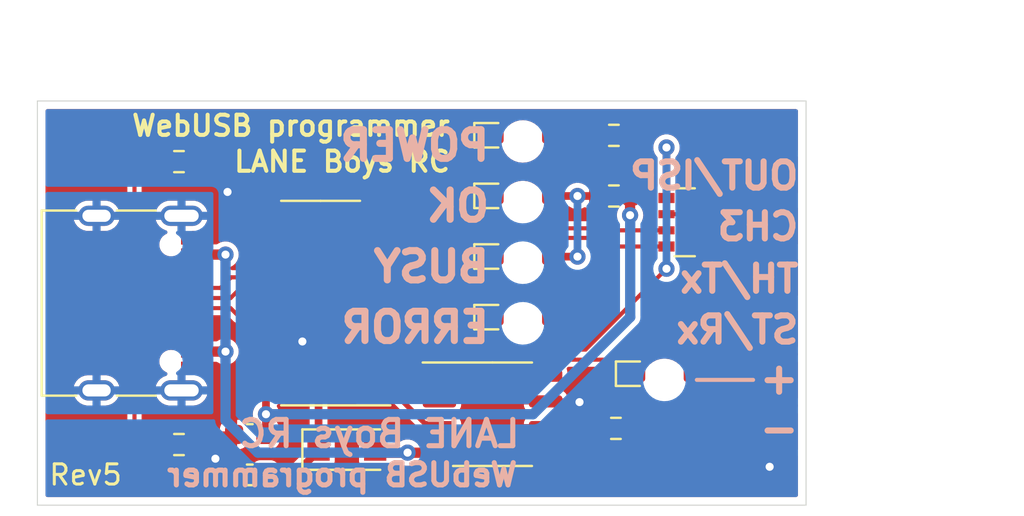
<source format=kicad_pcb>
(kicad_pcb (version 20211014) (generator pcbnew)
  (layers (0 "F.Cu" signal) (31 "B.Cu" signal) (34 "B.Paste" user) (35 "F.Paste" user) (36 "B.SilkS" user "B.Silkscreen") (37 "F.SilkS" user "F.Silkscreen") (38 "B.Mask" user) (39 "F.Mask" user) (44 "Edge.Cuts" user))
  (net 0 "")
  (net 1 "GND")
  (net 2 "+5V")
  (net 3 "+3V3")
  (net 4 "Net-(D5-Pad2)")
  (net 5 "/USB-DM")
  (net 6 "/USB-DP")
  (net 7 "/VLIGHT")
  (net 8 "/ISP")
  (net 9 "/RX")
  (net 10 "/TX")
  (net 11 "/CH3")
  (net 12 "/GYR_plus")
  (net 13 "Net-(J1-Pad4)")
  (net 14 "Net-(J1-Pad6)")
  (net 15 "Net-(J1-Pad5)")
  (net 16 "Net-(J1-Pad3)")
  (net 17 "/~{OK}")
  (net 18 "/~{BUSY}")
  (net 19 "/~{ERROR}")
  (net 20 "/INB")
  (net 21 "/INA")
  (net 22 "/CC1")
  (net 24 "/CC2")
  (net 29 "/+5MCU")
  (net 30 "Net-(D1-Pad1)")
  (net 31 "/SHIELD")
  (footprint "WLA_LED_reverse_mount:LED_1204_side_view" (layer "F.Cu") (at 124 95)
    (fp_text reference "D2" hide)
    (fp_text value "OK")
    (fp_line (start -1.215 -0.91) (end -2.4 -0.91) (layer "F.SilkS") (width 0.12))
    (fp_line (start -2.4 -0.91) (end -2.4 0.3) (layer "F.SilkS") (width 0.12))
    (fp_line (start -2.4 0.3) (end -1.215 0.3) (layer "F.SilkS") (width 0.12))
    (pad "1" smd roundrect (at -1.5 -0.3) (size 1.1 0.8) (layers "F.Cu" "F.Paste" "F.Mask") (roundrect_rratio 0.192) (net 17 "/~{OK}"))
    (pad "2" smd roundrect (at 1.5 -0.3) (size 1.1 0.8) (layers "F.Cu" "F.Paste" "F.Mask") (roundrect_rratio 0.192) (net 12 "/GYR_plus"))
  )
  (footprint "WLA_LED_reverse_mount:LED_1204_side_view" (layer "F.Cu") (at 124 98)
    (fp_text reference "D3" hide)
    (fp_text value "BUSY")
    (fp_line (start -2.4 0.3) (end -1.215 0.3) (layer "F.SilkS") (width 0.12))
    (fp_line (start -2.4 -0.91) (end -2.4 0.3) (layer "F.SilkS") (width 0.12))
    (fp_line (start -1.215 -0.91) (end -2.4 -0.91) (layer "F.SilkS") (width 0.12))
    (pad "1" smd roundrect (at -1.5 -0.3) (size 1.1 0.8) (layers "F.Cu" "F.Paste" "F.Mask") (roundrect_rratio 0.192) (net 18 "/~{BUSY}"))
    (pad "2" smd roundrect (at 1.5 -0.3) (size 1.1 0.8) (layers "F.Cu" "F.Paste" "F.Mask") (roundrect_rratio 0.192) (net 12 "/GYR_plus"))
  )
  (footprint "WLA_LED_reverse_mount:LED_1204_side_view" (layer "F.Cu") (at 124 101)
    (fp_text reference "D4" hide)
    (fp_text value "ERROR")
    (fp_line (start -1.215 -0.91) (end -2.4 -0.91) (layer "F.SilkS") (width 0.12))
    (fp_line (start -2.4 -0.91) (end -2.4 0.3) (layer "F.SilkS") (width 0.12))
    (fp_line (start -2.4 0.3) (end -1.215 0.3) (layer "F.SilkS") (width 0.12))
    (pad "1" smd roundrect (at -1.5 -0.3) (size 1.1 0.8) (layers "F.Cu" "F.Paste" "F.Mask") (roundrect_rratio 0.192) (net 19 "/~{ERROR}"))
    (pad "2" smd roundrect (at 1.5 -0.3) (size 1.1 0.8) (layers "F.Cu" "F.Paste" "F.Mask") (roundrect_rratio 0.192) (net 12 "/GYR_plus"))
  )
  (footprint "WLA_LED_reverse_mount:LED_1204_side_view" (layer "F.Cu") (at 131 103.8)
    (fp_text reference "D1" hide)
    (fp_text value "LC POWER")
    (fp_line (start -1.215 -0.91) (end -2.4 -0.91) (layer "F.SilkS") (width 0.12))
    (fp_line (start -2.4 0.3) (end -1.215 0.3) (layer "F.SilkS") (width 0.12))
    (fp_line (start -2.4 -0.91) (end -2.4 0.3) (layer "F.SilkS") (width 0.12))
    (pad "1" smd roundrect (at -1.5 -0.3) (size 1.1 0.8) (layers "F.Cu" "F.Paste" "F.Mask") (roundrect_rratio 0.192) (net 30 "Net-(D1-Pad1)"))
    (pad "2" smd roundrect (at 1.5 -0.3) (size 1.1 0.8) (layers "F.Cu" "F.Paste" "F.Mask") (roundrect_rratio 0.192) (net 7 "/VLIGHT"))
  )
  (footprint "WLA_LED_reverse_mount:LED_1204_side_view" (layer "F.Cu") (at 124 92)
    (fp_text reference "D5" hide)
    (fp_text value "MCU POWER")
    (fp_line (start -2.4 -0.91) (end -2.4 0.3) (layer "F.SilkS") (width 0.12))
    (fp_line (start -1.215 -0.91) (end -2.4 -0.91) (layer "F.SilkS") (width 0.12))
    (fp_line (start -2.4 0.3) (end -1.215 0.3) (layer "F.SilkS") (width 0.12))
    (pad "1" smd roundrect (at -1.5 -0.3) (size 1.1 0.8) (layers "F.Cu" "F.Paste" "F.Mask") (roundrect_rratio 0.192) (net 1 "GND"))
    (pad "2" smd roundrect (at 1.5 -0.3) (size 1.1 0.8) (layers "F.Cu" "F.Paste" "F.Mask") (roundrect_rratio 0.192) (net 4 "Net-(D5-Pad2)"))
  )
  (footprint "Capacitor_SMD:C_0603_1608Metric" (layer "F.Cu") (at 110.5 106.5 180)
    (fp_text reference "C2" hide)
    (fp_text value "1u")
    (fp_line (start -0.14058 -0.51) (end 0.14058 -0.51) (layer "F.SilkS") (width 0.12))
    (fp_line (start -0.14058 0.51) (end 0.14058 0.51) (layer "F.SilkS") (width 0.12))
    (pad "1" smd roundrect (at -0.775 0 180) (size 0.9 0.95) (layers "F.Cu" "F.Paste" "F.Mask") (net 3 "+3V3"))
    (pad "2" smd roundrect (at 0.775 0 180) (size 0.9 0.95) (layers "F.Cu" "F.Paste" "F.Mask") (net 1 "GND"))
  )
  (footprint "Resistor_SMD:R_0603_1608Metric" (layer "F.Cu") (at 128.5 94.7 180)
    (fp_text reference "R1" hide)
    (fp_text value "1k8")
    (fp_line (start -0.237258 0.5225) (end 0.237258 0.5225) (layer "F.SilkS") (width 0.12))
    (fp_line (start -0.237258 -0.5225) (end 0.237258 -0.5225) (layer "F.SilkS") (width 0.12))
    (pad "1" smd roundrect (at -0.825 0 180) (size 0.8 0.95) (layers "F.Cu" "F.Paste" "F.Mask") (net 3 "+3V3"))
    (pad "2" smd roundrect (at 0.825 0 180) (size 0.8 0.95) (layers "F.Cu" "F.Paste" "F.Mask") (net 12 "/GYR_plus"))
  )
  (footprint "Resistor_SMD:R_Array_Convex_4x0603" (layer "F.Cu") (at 132 96)
    (fp_text reference "RN1" hide)
    (fp_text value "1k")
    (fp_line (start 0.5 -1.68) (end -0.5 -1.68) (layer "F.SilkS") (width 0.12))
    (fp_line (start 0.5 1.68) (end -0.5 1.68) (layer "F.SilkS") (width 0.12))
    (pad "1" smd rect (at -0.9 -1.2) (size 0.8 0.5) (layers "F.Cu" "F.Paste" "F.Mask") (net 8 "/ISP"))
    (pad "2" smd rect (at -0.9 -0.4) (size 0.8 0.4) (layers "F.Cu" "F.Paste" "F.Mask") (net 11 "/CH3"))
    (pad "3" smd rect (at -0.9 0.4) (size 0.8 0.4) (layers "F.Cu" "F.Paste" "F.Mask") (net 9 "/RX"))
    (pad "4" smd rect (at -0.9 1.2) (size 0.8 0.5) (layers "F.Cu" "F.Paste" "F.Mask") (net 10 "/TX"))
    (pad "5" smd rect (at 0.9 1.2) (size 0.8 0.5) (layers "F.Cu" "F.Paste" "F.Mask") (net 16 "Net-(J1-Pad3)"))
    (pad "6" smd rect (at 0.9 0.4) (size 0.8 0.4) (layers "F.Cu" "F.Paste" "F.Mask") (net 13 "Net-(J1-Pad4)"))
    (pad "7" smd rect (at 0.9 -0.4) (size 0.8 0.4) (layers "F.Cu" "F.Paste" "F.Mask") (net 15 "Net-(J1-Pad5)"))
    (pad "8" smd rect (at 0.9 -1.2) (size 0.8 0.5) (layers "F.Cu" "F.Paste" "F.Mask") (net 14 "Net-(J1-Pad6)"))
  )
  (footprint "WLA_pinheader:PinHeader_1x06_P2.54mm_Flat" (layer "F.Cu") (at 136.2 106.35 90)
    (fp_text reference "J1" hide)
    (fp_text value "Light Controller" hide)
    (pad "1" smd rect locked (at 0 0 90) (size 1.8 2.8) (layers "F.Cu" "F.Mask") (net 1 "GND"))
    (pad "2" smd rect locked (at 2.54 0 90) (size 1.8 2.8) (layers "F.Cu" "F.Mask") (net 7 "/VLIGHT"))
    (pad "3" smd rect locked (at 5.08 0 90) (size 1.8 2.8) (layers "F.Cu" "F.Mask") (net 16 "Net-(J1-Pad3)"))
    (pad "4" smd rect locked (at 7.62 0 90) (size 1.8 2.8) (layers "F.Cu" "F.Mask") (net 13 "Net-(J1-Pad4)"))
    (pad "5" smd rect locked (at 10.16 0 90) (size 1.8 2.8) (layers "F.Cu" "F.Mask") (net 15 "Net-(J1-Pad5)"))
    (pad "6" smd rect locked (at 12.7 0 90) (size 1.8 2.8) (layers "F.Cu" "F.Mask") (net 14 "Net-(J1-Pad6)"))
  )
  (footprint "Package_SO:SO-16_3.9x9.9mm_P1.27mm" (layer "F.Cu") (at 114 100 180)
    (fp_text reference "U2" hide)
    (fp_text value "CH552G")
    (fp_line (start 0 5.06) (end 1.95 5.06) (layer "F.SilkS") (width 0.12))
    (fp_line (start 0 -5.06) (end -3.45 -5.06) (layer "F.SilkS") (width 0.12))
    (fp_line (start 0 5.06) (end -1.95 5.06) (layer "F.SilkS") (width 0.12))
    (fp_line (start 0 -5.06) (end 1.95 -5.06) (layer "F.SilkS") (width 0.12))
    (pad "1" smd roundrect (at -2.575 -4.445 180) (size 1.75 0.6) (layers "F.Cu" "F.Paste" "F.Mask") (net 20 "/INB"))
    (pad "2" smd roundrect (at -2.575 -3.175 180) (size 1.75 0.6) (layers "F.Cu" "F.Paste" "F.Mask") (net 21 "/INA"))
    (pad "3" smd roundrect (at -2.575 -1.905 180) (size 1.75 0.6) (layers "F.Cu" "F.Paste" "F.Mask") (net 19 "/~{ERROR}"))
    (pad "4" smd roundrect (at -2.575 -0.635 180) (size 1.75 0.6) (layers "F.Cu" "F.Paste" "F.Mask") (net 11 "/CH3"))
    (pad "5" smd roundrect (at -2.575 0.635 180) (size 1.75 0.6) (layers "F.Cu" "F.Paste" "F.Mask") (net 8 "/ISP"))
    (pad "6" smd roundrect (at -2.575 1.905 180) (size 1.75 0.6) (layers "F.Cu" "F.Paste" "F.Mask"))
    (pad "7" smd roundrect (at -2.575 3.175 180) (size 1.75 0.6) (layers "F.Cu" "F.Paste" "F.Mask") (net 10 "/TX"))
    (pad "8" smd roundrect (at -2.575 4.445 180) (size 1.75 0.6) (layers "F.Cu" "F.Paste" "F.Mask") (net 9 "/RX"))
    (pad "9" smd roundrect (at 2.575 4.445 180) (size 1.75 0.6) (layers "F.Cu" "F.Paste" "F.Mask") (net 18 "/~{BUSY}"))
    (pad "10" smd roundrect (at 2.575 3.175 180) (size 1.75 0.6) (layers "F.Cu" "F.Paste" "F.Mask") (net 17 "/~{OK}"))
    (pad "11" smd roundrect (at 2.575 1.905 180) (size 1.75 0.6) (layers "F.Cu" "F.Paste" "F.Mask"))
    (pad "12" smd roundrect (at 2.575 0.635 180) (size 1.75 0.6) (layers "F.Cu" "F.Paste" "F.Mask") (net 6 "/USB-DP"))
    (pad "13" smd roundrect (at 2.575 -0.635 180) (size 1.75 0.6) (layers "F.Cu" "F.Paste" "F.Mask") (net 5 "/USB-DM"))
    (pad "14" smd roundrect (at 2.575 -1.905 180) (size 1.75 0.6) (layers "F.Cu" "F.Paste" "F.Mask") (net 1 "GND"))
    (pad "15" smd roundrect (at 2.575 -3.175 180) (size 1.75 0.6) (layers "F.Cu" "F.Paste" "F.Mask") (net 29 "/+5MCU"))
    (pad "16" smd roundrect (at 2.575 -4.445 180) (size 1.75 0.6) (layers "F.Cu" "F.Paste" "F.Mask") (net 3 "+3V3"))
  )
  (footprint "Capacitor_SMD:C_0603_1608Metric" (layer "F.Cu") (at 110.5 108.5 180)
    (fp_text reference "C1" hide)
    (fp_text value "10u")
    (fp_line (start -0.14058 -0.51) (end 0.14058 -0.51) (layer "F.SilkS") (width 0.12))
    (fp_line (start -0.14058 0.51) (end 0.14058 0.51) (layer "F.SilkS") (width 0.12))
    (pad "1" smd roundrect (at -0.775 0 180) (size 0.9 0.95) (layers "F.Cu" "F.Paste" "F.Mask") (net 29 "/+5MCU"))
    (pad "2" smd roundrect (at 0.775 0 180) (size 0.9 0.95) (layers "F.Cu" "F.Paste" "F.Mask") (net 1 "GND"))
  )
  (footprint "Resistor_SMD:R_0603_1608Metric" (layer "F.Cu") (at 128.5 91.7 180)
    (fp_text reference "R2" hide)
    (fp_text value "1k8")
    (fp_line (start -0.237258 0.5225) (end 0.237258 0.5225) (layer "F.SilkS") (width 0.12))
    (fp_line (start -0.237258 -0.5225) (end 0.237258 -0.5225) (layer "F.SilkS") (width 0.12))
    (pad "1" smd roundrect (at -0.825 0 180) (size 0.8 0.95) (layers "F.Cu" "F.Paste" "F.Mask") (net 3 "+3V3"))
    (pad "2" smd roundrect (at 0.825 0 180) (size 0.8 0.95) (layers "F.Cu" "F.Paste" "F.Mask") (net 4 "Net-(D5-Pad2)"))
  )
  (footprint "Package_SO:SOP-8_3.9x4.9mm_P1.27mm" (layer "F.Cu") (at 122.5 105.5)
    (fp_text reference "U1" hide)
    (fp_text value "TC118S")
    (fp_line (start 0 2.56) (end -1.95 2.56) (layer "F.SilkS") (width 0.12))
    (fp_line (start 0 -2.56) (end -3.45 -2.56) (layer "F.SilkS") (width 0.12))
    (fp_line (start 0 -2.56) (end 1.95 -2.56) (layer "F.SilkS") (width 0.12))
    (fp_line (start 0 2.56) (end 1.95 2.56) (layer "F.SilkS") (width 0.12))
    (pad "1" smd roundrect (at -2.625 -1.905) (size 1.65 0.6) (layers "F.Cu" "F.Paste" "F.Mask"))
    (pad "2" smd roundrect (at -2.625 -0.635) (size 1.65 0.6) (layers "F.Cu" "F.Paste" "F.Mask") (net 21 "/INA"))
    (pad "3" smd roundrect (at -2.625 0.635) (size 1.65 0.6) (layers "F.Cu" "F.Paste" "F.Mask") (net 20 "/INB"))
    (pad "4" smd roundrect (at -2.625 1.905) (size 1.65 0.6) (layers "F.Cu" "F.Paste" "F.Mask") (net 2 "+5V"))
    (pad "5" smd roundrect (at 2.625 1.905) (size 1.65 0.6) (layers "F.Cu" "F.Paste" "F.Mask") (net 7 "/VLIGHT"))
    (pad "6" smd roundrect (at 2.625 0.635) (size 1.65 0.6) (layers "F.Cu" "F.Paste" "F.Mask") (net 1 "GND"))
    (pad "7" smd roundrect (at 2.625 -0.635) (size 1.65 0.6) (layers "F.Cu" "F.Paste" "F.Mask") (net 1 "GND"))
    (pad "8" smd roundrect (at 2.625 -1.905) (size 1.65 0.6) (layers "F.Cu" "F.Paste" "F.Mask"))
  )
  (footprint "Resistor_SMD:R_0603_1608Metric" (layer "F.Cu") (at 107 93 180)
    (fp_text reference "R5" hide)
    (fp_text value "5k1")
    (fp_line (start -0.237258 0.5225) (end 0.237258 0.5225) (layer "F.SilkS") (width 0.12))
    (fp_line (start -0.237258 -0.5225) (end 0.237258 -0.5225) (layer "F.SilkS") (width 0.12))
    (pad "1" smd roundrect (at -0.825 0 180) (size 0.8 0.95) (layers "F.Cu" "F.Paste" "F.Mask") (net 1 "GND"))
    (pad "2" smd roundrect (at 0.825 0 180) (size 0.8 0.95) (layers "F.Cu" "F.Paste" "F.Mask") (net 22 "/CC1"))
  )
  (footprint "Diode_SMD:D_SOD-123F" (layer "F.Cu") (at 115.3 107.25)
    (fp_text reference "D6" hide)
    (fp_text value "B5819WS")
    (fp_line (start -2.2 -1) (end -2.2 1) (layer "F.SilkS") (width 0.12))
    (fp_line (start -2.2 1) (end 1.65 1) (layer "F.SilkS") (width 0.12))
    (fp_line (start -2.2 -1) (end 1.65 -1) (layer "F.SilkS") (width 0.12))
    (pad "1" smd rect (at -1.4 0) (size 1.1 1.1) (layers "F.Cu" "F.Paste" "F.Mask") (net 29 "/+5MCU"))
    (pad "2" smd rect (at 1.4 0) (size 1.1 1.1) (layers "F.Cu" "F.Paste" "F.Mask") (net 2 "+5V"))
  )
  (footprint "Connector_USB:USB_C_Receptacle_G-Switch_GT-USB-7010ASV" (layer "F.Cu") (at 104 100 -90)
    (fp_text reference "J2" hide)
    (fp_text value "USB_C_Receptacle_USB2.0")
    (fp_line (start 4.58 0.07) (end 4.58 -1.85) (layer "F.SilkS") (width 0.12))
    (fp_line (start -4.58 3.785) (end -4.58 2.08) (layer "F.SilkS") (width 0.12))
    (fp_line (start 4.58 2.08) (end 4.58 3.785) (layer "F.SilkS") (width 0.12))
    (fp_line (start 4.58 3.785) (end -4.58 3.785) (layer "F.SilkS") (width 0.12))
    (fp_line (start -4.58 -1.85) (end -4.58 0.07) (layer "F.SilkS") (width 0.12))
    (pad "" np_thru_hole circle (at 2.89 -2.605 270) (size 0.65 0.65) (drill 0.65) (layers *.Cu *.Mask))
    (pad "" np_thru_hole circle (at -2.89 -2.605 270) (size 0.65 0.65) (drill 0.65) (layers *.Cu *.Mask))
    (pad "A1" smd rect (at -3.2 -3.725 270) (size 0.6 1.24) (layers "F.Cu" "F.Paste" "F.Mask") (net 1 "GND"))
    (pad "A4" smd rect (at -2.4 -3.725 270) (size 0.6 1.24) (layers "F.Cu" "F.Paste" "F.Mask") (net 2 "+5V"))
    (pad "A5" smd rect (at -1.25 -3.725 270) (size 0.3 1.24) (layers "F.Cu" "F.Paste" "F.Mask") (net 22 "/CC1"))
    (pad "A6" smd rect (at -0.25 -3.725 270) (size 0.3 1.24) (layers "F.Cu" "F.Paste" "F.Mask") (net 6 "/USB-DP"))
    (pad "A7" smd rect (at 0.25 -3.725 270) (size 0.3 1.24) (layers "F.Cu" "F.Paste" "F.Mask") (net 5 "/USB-DM"))
    (pad "A8" smd rect (at 1.25 -3.725 270) (size 0.3 1.24) (layers "F.Cu" "F.Paste" "F.Mask"))
    (pad "A9" smd rect (at 2.4 -3.725 270) (size 0.6 1.24) (layers "F.Cu" "F.Paste" "F.Mask") (net 2 "+5V"))
    (pad "A12" smd rect (at 3.2 -3.725 270) (size 0.6 1.24) (layers "F.Cu" "F.Paste" "F.Mask") (net 1 "GND"))
    (pad "B1" smd rect (at 3.2 -3.725 270) (size 0.6 1.24) (layers "F.Cu" "F.Paste" "F.Mask") (net 1 "GND"))
    (pad "B4" smd rect (at 2.4 -3.725 270) (size 0.6 1.24) (layers "F.Cu" "F.Paste" "F.Mask") (net 2 "+5V"))
    (pad "B5" smd rect (at 1.75 -3.725 270) (size 0.3 1.24) (layers "F.Cu" "F.Paste" "F.Mask") (net 24 "/CC2"))
    (pad "B6" smd rect (at 0.75 -3.725 270) (size 0.3 1.24) (layers "F.Cu" "F.Paste" "F.Mask") (net 6 "/USB-DP"))
    (pad "B7" smd rect (at -0.75 -3.725 270) (size 0.3 1.24) (layers "F.Cu" "F.Paste" "F.Mask") (net 5 "/USB-DM"))
    (pad "B8" smd rect (at -1.75 -3.725 270) (size 0.3 1.24) (layers "F.Cu" "F.Paste" "F.Mask"))
    (pad "B9" smd rect (at -2.4 -3.725 270) (size 0.6 1.24) (layers "F.Cu" "F.Paste" "F.Mask") (net 2 "+5V"))
    (pad "B12" smd rect (at -3.2 -3.725 270) (size 0.6 1.24) (layers "F.Cu" "F.Paste" "F.Mask") (net 1 "GND"))
    (pad "S1" thru_hole oval (at -4.32 -3.125 270) (size 1 2.1) (drill oval 0.6 1.7) (layers *.Cu *.Mask) (net 31 "/SHIELD"))
    (pad "S1" thru_hole oval (at -4.32 1.075 270) (size 1 1.8) (drill oval 0.6 1.4) (layers *.Cu *.Mask) (net 31 "/SHIELD"))
    (pad "S1" thru_hole oval (at 4.32 1.075 270) (size 1 1.8) (drill oval 0.6 1.4) (layers *.Cu *.Mask) (net 31 "/SHIELD"))
    (pad "S1" thru_hole oval (at 4.32 -3.125 270) (size 1 2.1) (drill oval 0.6 1.7) (layers *.Cu *.Mask) (net 31 "/SHIELD"))
  )
  (footprint "Resistor_SMD:R_0603_1608Metric" (layer "F.Cu") (at 107 107 180)
    (fp_text reference "R4" hide)
    (fp_text value "5k1")
    (fp_line (start -0.237258 -0.5225) (end 0.237258 -0.5225) (layer "F.SilkS") (width 0.12))
    (fp_line (start -0.237258 0.5225) (end 0.237258 0.5225) (layer "F.SilkS") (width 0.12))
    (pad "1" smd roundrect (at -0.825 0 180) (size 0.8 0.95) (layers "F.Cu" "F.Paste" "F.Mask") (net 1 "GND"))
    (pad "2" smd roundrect (at 0.825 0 180) (size 0.8 0.95) (layers "F.Cu" "F.Paste" "F.Mask") (net 24 "/CC2"))
  )
  (footprint "Resistor_SMD:R_0603_1608Metric" (layer "F.Cu") (at 128.6 106.2 180)
    (fp_text reference "R3" hide)
    (fp_text value "1k8")
    (fp_line (start -0.237258 -0.5225) (end 0.237258 -0.5225) (layer "F.SilkS") (width 0.12))
    (fp_line (start -0.237258 0.5225) (end 0.237258 0.5225) (layer "F.SilkS") (width 0.12))
    (pad "1" smd roundrect (at -0.825 0 180) (size 0.8 0.95) (layers "F.Cu" "F.Paste" "F.Mask") (net 30 "Net-(D1-Pad1)"))
    (pad "2" smd roundrect (at 0.825 0 180) (size 0.8 0.95) (layers "F.Cu" "F.Paste" "F.Mask") (net 1 "GND"))
  )
  (gr_line (start 132.6 103.8) (end 135.382 103.8) (layer "B.SilkS") (width 0.2))
  (gr_line (start 138 90) (end 100 90) (layer "Edge.Cuts") (width 0.05))
  (gr_line (start 100 110) (end 138 110) (layer "Edge.Cuts") (width 0.05))
  (gr_line (start 138 110) (end 138 90) (layer "Edge.Cuts") (width 0.05))
  (gr_line (start 100 90) (end 100 110) (layer "Edge.Cuts") (width 0.05))
  (gr_text "ERROR" (at 122.5 101.2) (layer "B.SilkS") (effects (font (size 1.45 1.45) (thickness 0.35)) (justify left mirror)))
  (gr_text "TH/Tx" (at 137.7696 98.806) (layer "B.SilkS") (effects (font (size 1.3 1.3) (thickness 0.3)) (justify left mirror)))
  (gr_text "OUT/ISP" (at 137.7696 93.7006) (layer "B.SilkS") (effects (font (size 1.3 1.3) (thickness 0.3)) (justify left mirror)))
  (gr_text "ST/Rx" (at 137.7696 101.3206) (layer "B.SilkS") (effects (font (size 1.3 1.3) (thickness 0.3)) (justify left mirror)))
  (gr_text "CH3" (at 137.7696 96.2152) (layer "B.SilkS") (effects (font (size 1.3 1.3) (thickness 0.3)) (justify left mirror)))
  (gr_text "POWER" (at 122.5 92.2) (layer "B.SilkS") (effects (font (size 1.42 1.42) (thickness 0.35)) (justify left mirror)))
  (gr_text "LANE Boys RC" (at 123.975 106.468) (layer "B.SilkS") (effects (font (size 1.3 1.3) (thickness 0.25)) (justify left mirror)))
  (gr_text "BUSY" (at 122.5 98.2) (layer "B.SilkS") (effects (font (size 1.45 1.45) (thickness 0.35)) (justify left mirror)))
  (gr_text "+" (at 137.795 103.7082) (layer "B.SilkS") (effects (font (size 1.5 1.5) (thickness 0.3)) (justify left mirror)))
  (gr_text "-" (at 137.795 106.1974) (layer "B.SilkS") (effects (font (size 1.5 1.5) (thickness 0.3)) (justify left mirror)))
  (gr_text "WebUSB programmer" (at 123.848 108.5) (layer "B.SilkS") (effects (font (size 1.1 1.1) (thickness 0.25)) (justify left mirror)))
  (gr_text "OK" (at 122.5 95.2) (layer "B.SilkS") (effects (font (size 1.45 1.45) (thickness 0.35)) (justify left mirror)))
  (gr_text "LANE Boys RC" (at 120.5 93) (layer "F.SilkS") (effects (font (size 1 1) (thickness 0.2)) (justify right)))
  (gr_text "Rev5" (at 100.5 108.5) (layer "F.SilkS") (effects (font (size 1 1)) (justify left)))
  (gr_text "WebUSB programmer" (at 120.5 91.225) (layer "F.SilkS") (effects (font (size 1 1) (thickness 0.2)) (justify right)))
  (via (at 113.1 101.9) (size 0.8) (drill 0.4) (layers "F.Cu" "B.Cu") (net 1))
  (via (at 136.2 108.1) (size 0.8) (drill 0.4) (layers "F.Cu" "B.Cu") (net 1))
  (via (at 109.4 94.5) (size 0.8) (drill 0.4) (layers "F.Cu" "B.Cu") (net 1))
  (via (at 108.8 107.7) (size 0.8) (drill 0.4) (layers "F.Cu" "B.Cu") (net 1))
  (via (at 126.8 104.9) (size 0.8) (drill 0.4) (layers "F.Cu" "B.Cu") (net 1))
  (segment (start 107.725 102.4) (end 109.3 102.4) (width 0.508) (layer "F.Cu") (net 2))
  (segment (start 116.855 107.405) (end 119.875 107.405) (width 0.508) (layer "F.Cu") (net 2))
  (segment (start 116.7 107.25) (end 116.855 107.405) (width 0.508) (layer "F.Cu") (net 2))
  (segment (start 107.725 97.6) (end 109.3 97.6) (width 0.508) (layer "F.Cu") (net 2))
  (via (at 109.3 97.6) (size 0.8) (drill 0.4) (layers "F.Cu" "B.Cu") (net 2))
  (via (at 118.3 107.4) (size 0.8) (drill 0.4) (layers "F.Cu" "B.Cu") (net 2))
  (via (at 109.3 102.4) (size 0.8) (drill 0.4) (layers "F.Cu" "B.Cu") (net 2))
  (segment (start 109.3 97.6) (end 109.3 102.4) (width 0.508) (layer "B.Cu") (net 2))
  (segment (start 110.9 107.4) (end 109.3 105.8) (width 0.508) (layer "B.Cu") (net 2))
  (segment (start 109.3 105.8) (end 109.3 102.4) (width 0.508) (layer "B.Cu") (net 2))
  (segment (start 118.3 107.4) (end 110.9 107.4) (width 0.508) (layer "B.Cu") (net 2))
  (segment (start 111.3 106.475) (end 111.275 106.5) (width 0.381) (layer "F.Cu") (net 3))
  (segment (start 111.3 105.5) (end 111.3 106.475) (width 0.381) (layer "F.Cu") (net 3))
  (segment (start 111.3 105.5) (end 111.3 104.57) (width 0.381) (layer "F.Cu") (net 3))
  (segment (start 129.3 95.65) (end 129.3 94.725) (width 0.508) (layer "F.Cu") (net 3))
  (segment (start 129.325 91.7) (end 129.325 94.7) (width 0.508) (layer "F.Cu") (net 3))
  (segment (start 111.3 104.57) (end 111.425 104.445) (width 0.381) (layer "F.Cu") (net 3))
  (segment (start 129.3 94.725) (end 129.325 94.7) (width 0.508) (layer "F.Cu") (net 3))
  (via (at 111.3 105.5) (size 0.8) (drill 0.4) (layers "F.Cu" "B.Cu") (net 3))
  (via (at 129.3 95.65) (size 0.8) (drill 0.4) (layers "F.Cu" "B.Cu") (net 3))
  (segment (start 129.306349 100.693651) (end 124.5 105.5) (width 0.508) (layer "B.Cu") (net 3))
  (segment (start 124.5 105.5) (end 111.3 105.5) (width 0.508) (layer "B.Cu") (net 3))
  (segment (start 129.3 95.65) (end 129.306349 95.756349) (width 0.508) (layer "B.Cu") (net 3))
  (segment (start 129.306349 95.756349) (end 129.306349 100.693651) (width 0.508) (layer "B.Cu") (net 3))
  (segment (start 125.5 91.7) (end 127.675 91.7) (width 0.381) (layer "F.Cu") (net 4))
  (segment (start 109.575 98.725) (end 112.425 98.725) (width 0.2032) (layer "F.Cu") (net 5))
  (segment (start 112.465 100.635) (end 111.425 100.635) (width 0.2032) (layer "F.Cu") (net 5))
  (segment (start 112.425 98.725) (end 112.7 99) (width 0.2032) (layer "F.Cu") (net 5))
  (segment (start 109.935 100.635) (end 111.425 100.635) (width 0.2032) (layer "F.Cu") (net 5))
  (segment (start 112.7 100.4) (end 112.465 100.635) (width 0.2032) (layer "F.Cu") (net 5))
  (segment (start 107.725 100.25) (end 109.55 100.25) (width 0.2032) (layer "F.Cu") (net 5))
  (segment (start 107.725 99.25) (end 109.05 99.25) (width 0.2032) (layer "F.Cu") (net 5))
  (segment (start 109.05 99.25) (end 109.575 98.725) (width 0.2032) (layer "F.Cu") (net 5))
  (segment (start 109.55 100.25) (end 109.935 100.635) (width 0.2032) (layer "F.Cu") (net 5))
  (segment (start 112.7 99) (end 112.7 100.4) (width 0.2032) (layer "F.Cu") (net 5))
  (segment (start 106.7 100.6) (end 106.85 100.75) (width 0.2032) (layer "F.Cu") (net 6))
  (segment (start 106.85 99.75) (end 106.7 99.9) (width 0.2032) (layer "F.Cu") (net 6))
  (segment (start 107.725 99.75) (end 109.55 99.75) (width 0.2032) (layer "F.Cu") (net 6))
  (segment (start 106.85 100.75) (end 107.725 100.75) (width 0.2032) (layer "F.Cu") (net 6))
  (segment (start 107.725 99.75) (end 106.85 99.75) (width 0.2032) (layer "F.Cu") (net 6))
  (segment (start 106.7 99.9) (end 106.7 100.6) (width 0.2032) (layer "F.Cu") (net 6))
  (segment (start 109.935 99.365) (end 111.425 99.365) (width 0.2032) (layer "F.Cu") (net 6))
  (segment (start 109.55 99.75) (end 109.935 99.365) (width 0.2032) (layer "F.Cu") (net 6))
  (segment (start 131.095 107.405) (end 132.5 106) (width 0.508) (layer "F.Cu") (net 7))
  (segment (start 132.5 103.5) (end 135.89 103.5) (width 0.508) (layer "F.Cu") (net 7))
  (segment (start 135.89 103.5) (end 136.2 103.81) (width 0.508) (layer "F.Cu") (net 7))
  (segment (start 132.5 106) (end 132.5 103.5) (width 0.508) (layer "F.Cu") (net 7))
  (segment (start 125.125 107.405) (end 131.095 107.405) (width 0.508) (layer "F.Cu") (net 7))
  (segment (start 127.1 102.3) (end 131.1 98.3) (width 0.2032) (layer "F.Cu") (net 8))
  (segment (start 131.1 92.3) (end 131.1 94.8) (width 0.381) (layer "F.Cu") (net 8))
  (segment (start 122.35 102.3) (end 127.1 102.3) (width 0.2032) (layer "F.Cu") (net 8))
  (segment (start 116.575 99.365) (end 119.415 99.365) (width 0.2032) (layer "F.Cu") (net 8))
  (segment (start 119.415 99.365) (end 122.35 102.3) (width 0.2032) (layer "F.Cu") (net 8))
  (via (at 131.1 98.3) (size 0.8) (drill 0.4) (layers "F.Cu" "B.Cu") (net 8))
  (via (at 131.1 92.3) (size 0.8) (drill 0.4) (layers "F.Cu" "B.Cu") (net 8))
  (segment (start 131.1 92.3) (end 131.1 98.3) (width 0.381) (layer "B.Cu") (net 8))
  (segment (start 128.675 96.4) (end 131.1 96.4) (width 0.2032) (layer "F.Cu") (net 9))
  (segment (start 116.575 95.555) (end 121.155 95.555) (width 0.2032) (layer "F.Cu") (net 9))
  (segment (start 121.9 96.3) (end 128.575 96.3) (width 0.2032) (layer "F.Cu") (net 9))
  (segment (start 121.155 95.555) (end 121.9 96.3) (width 0.2032) (layer "F.Cu") (net 9))
  (segment (start 128.575 96.3) (end 128.675 96.4) (width 0.2032) (layer "F.Cu") (net 9))
  (segment (start 127.475 96.775) (end 127.9 97.2) (width 0.2032) (layer "F.Cu") (net 10))
  (segment (start 116.575 96.825) (end 116.625 96.775) (width 0.2032) (layer "F.Cu") (net 10))
  (segment (start 127.9 97.2) (end 131.1 97.2) (width 0.2032) (layer "F.Cu") (net 10))
  (segment (start 116.625 96.775) (end 127.475 96.775) (width 0.2032) (layer "F.Cu") (net 10))
  (segment (start 131.7 95.6) (end 131.1 95.6) (width 0.2032) (layer "F.Cu") (net 11))
  (segment (start 132 95.9) (end 131.7 95.6) (width 0.2032) (layer "F.Cu") (net 11))
  (segment (start 132 98.95) (end 132 95.9) (width 0.2032) (layer "F.Cu") (net 11))
  (segment (start 116.575 100.635) (end 119.785 100.635) (width 0.2032) (layer "F.Cu") (net 11))
  (segment (start 119.785 100.635) (end 121.95 102.8) (width 0.2032) (layer "F.Cu") (net 11))
  (segment (start 121.95 102.8) (end 128.15 102.8) (width 0.2032) (layer "F.Cu") (net 11))
  (segment (start 128.15 102.8) (end 132 98.95) (width 0.2032) (layer "F.Cu") (net 11))
  (segment (start 127.675 94.7) (end 126.7 94.7) (width 0.381) (layer "F.Cu") (net 12))
  (segment (start 125.5 97.7) (end 125.5 100.7) (width 0.381) (layer "F.Cu") (net 12))
  (segment (start 125.5 97.7) (end 126.7 97.7) (width 0.381) (layer "F.Cu") (net 12))
  (segment (start 125.5 94.7) (end 126.7 94.7) (width 0.381) (layer "F.Cu") (net 12))
  (via (at 126.7 94.7) (size 0.8) (drill 0.4) (layers "F.Cu" "B.Cu") (net 12))
  (via (at 126.7 97.7) (size 0.8) (drill 0.4) (layers "F.Cu" "B.Cu") (net 12))
  (segment (start 126.7 94.7) (end 126.7 97.7) (width 0.381) (layer "B.Cu") (net 12))
  (segment (start 132.9 96.4) (end 133.65 96.4) (width 0.381) (layer "F.Cu") (net 13))
  (segment (start 134.1 96.85) (end 134.1 97.4) (width 0.381) (layer "F.Cu") (net 13))
  (segment (start 134.1 97.4) (end 135.43 98.73) (width 0.381) (layer "F.Cu") (net 13))
  (segment (start 133.65 96.4) (end 134.1 96.85) (width 0.381) (layer "F.Cu") (net 13))
  (segment (start 135.43 98.73) (end 136.2 98.73) (width 0.381) (layer "F.Cu") (net 13))
  (segment (start 134.3 94.8) (end 132.9 94.8) (width 0.381) (layer "F.Cu") (net 14))
  (segment (start 136.2 93.65) (end 135.45 93.65) (width 0.381) (layer "F.Cu") (net 14))
  (segment (start 135.45 93.65) (end 134.3 94.8) (width 0.381) (layer "F.Cu") (net 14))
  (segment (start 135.61 95.6) (end 136.2 96.19) (width 0.381) (layer "F.Cu") (net 15))
  (segment (start 132.9 95.6) (end 135.61 95.6) (width 0.381) (layer "F.Cu") (net 15))
  (segment (start 132.9 98.7) (end 135.47 101.27) (width 0.381) (layer "F.Cu") (net 16))
  (segment (start 132.9 97.2) (end 132.9 98.7) (width 0.381) (layer "F.Cu") (net 16))
  (segment (start 135.47 101.27) (end 136.2 101.27) (width 0.381) (layer "F.Cu") (net 16))
  (segment (start 110.05 96.5) (end 110.05 95.05) (width 0.2032) (layer "F.Cu") (net 17))
  (segment (start 110.05 95.05) (end 110.4 94.7) (width 0.2032) (layer "F.Cu") (net 17))
  (segment (start 110.375 96.825) (end 110.05 96.5) (width 0.2032) (layer "F.Cu") (net 17))
  (segment (start 110.4 94.7) (end 122.5 94.7) (width 0.2032) (layer "F.Cu") (net 17))
  (segment (start 111.425 96.825) (end 110.375 96.825) (width 0.2032) (layer "F.Cu") (net 17))
  (segment (start 118.16 97.46) (end 118.4 97.7) (width 0.2032) (layer "F.Cu") (net 18))
  (segment (start 113.055 95.555) (end 114.96 97.46) (width 0.2032) (layer "F.Cu") (net 18))
  (segment (start 111.425 95.555) (end 113.055 95.555) (width 0.2032) (layer "F.Cu") (net 18))
  (segment (start 114.96 97.46) (end 118.16 97.46) (width 0.2032) (layer "F.Cu") (net 18))
  (segment (start 118.4 97.7) (end 122.5 97.7) (width 0.2032) (layer "F.Cu") (net 18))
  (segment (start 115.47 98.73) (end 120.38 98.73) (width 0.2032) (layer "F.Cu") (net 19))
  (segment (start 116.575 101.905) (end 115.405 101.905) (width 0.2032) (layer "F.Cu") (net 19))
  (segment (start 115.1 101.6) (end 115.1 99.1) (width 0.2032) (layer "F.Cu") (net 19))
  (segment (start 122.35 100.7) (end 122.5 100.7) (width 0.2032) (layer "F.Cu") (net 19))
  (segment (start 115.405 101.905) (end 115.1 101.6) (width 0.2032) (layer "F.Cu") (net 19))
  (segment (start 120.38 98.73) (end 122.35 100.7) (width 0.2032) (layer "F.Cu") (net 19))
  (segment (start 115.1 99.1) (end 115.47 98.73) (width 0.2032) (layer "F.Cu") (net 19))
  (segment (start 119.335 106.135) (end 117.645 104.445) (width 0.254) (layer "F.Cu") (net 20))
  (segment (start 117.645 104.445) (end 116.575 104.445) (width 0.254) (layer "F.Cu") (net 20))
  (segment (start 119.875 106.135) (end 119.335 106.135) (width 0.254) (layer "F.Cu") (net 20))
  (segment (start 119.265 104.865) (end 117.575 103.175) (width 0.254) (layer "F.Cu") (net 21))
  (segment (start 119.875 104.865) (end 119.265 104.865) (width 0.254) (layer "F.Cu") (net 21))
  (segment (start 117.575 103.175) (end 116.575 103.175) (width 0.254) (layer "F.Cu") (net 21))
  (segment (start 104.8 98) (end 104.8 93.6) (width 0.2032) (layer "F.Cu") (net 22))
  (segment (start 105.55 98.75) (end 104.8 98) (width 0.2032) (layer "F.Cu") (net 22))
  (segment (start 107.725 98.75) (end 105.55 98.75) (width 0.2032) (layer "F.Cu") (net 22))
  (segment (start 104.8 93.6) (end 105.4 93) (width 0.2032) (layer "F.Cu") (net 22))
  (segment (start 105.4 93) (end 106.175 93) (width 0.2032) (layer "F.Cu") (net 22))
  (segment (start 105.45 101.75) (end 104.8 102.4) (width 0.2032) (layer "F.Cu") (net 24))
  (segment (start 105.4 107) (end 106.175 107) (width 0.2032) (layer "F.Cu") (net 24))
  (segment (start 104.8 106.4) (end 105.4 107) (width 0.2032) (layer "F.Cu") (net 24))
  (segment (start 104.8 102.4) (end 104.8 106.4) (width 0.2032) (layer "F.Cu") (net 24))
  (segment (start 107.725 101.75) (end 105.45 101.75) (width 0.2032) (layer "F.Cu") (net 24))
  (segment (start 112.7 108.5) (end 111.275 108.5) (width 0.381) (layer "F.Cu") (net 29))
  (segment (start 111.425 103.175) (end 113.075 103.175) (width 0.381) (layer "F.Cu") (net 29))
  (segment (start 113.075 103.175) (end 113.9 104) (width 0.381) (layer "F.Cu") (net 29))
  (segment (start 113.9 107.3) (end 112.7 108.5) (width 0.381) (layer "F.Cu") (net 29))
  (segment (start 113.9 107.25) (end 113.9 107.3) (width 0.381) (layer "F.Cu") (net 29))
  (segment (start 113.9 104) (end 113.9 107.25) (width 0.381) (layer "F.Cu") (net 29))
  (segment (start 129.5 106.125) (end 129.425 106.2) (width 0.381) (layer "F.Cu") (net 30))
  (segment (start 129.5 103.5) (end 129.5 106.125) (width 0.381) (layer "F.Cu") (net 30))
  (zone (net 1) (net_name "GND") (layer "F.Cu") (connect_pads (clearance 0.25)) (min_thickness 0.2) (fill yes (thermal_gap 0.25) (thermal_bridge_width 0.3))
    (polygon (pts (xy 138 110) (xy 100 110) (xy 100 90) (xy 138 90)))
  )
  (zone (net 1) (net_name "GND") (layer "B.Cu") (priority 1) (connect_pads (clearance 0.25)) (min_thickness 0.2) (fill yes (thermal_gap 0.25) (thermal_bridge_width 0.3) (island_removal_mode 1) (island_area_min 0))
    (polygon (pts (xy 138 110) (xy 100 110) (xy 100 90) (xy 138 90)))
  )
  (zone (net 31) (net_name "/SHIELD") (layer "B.Cu") (priority 2) (connect_pads (clearance 0.25)) (min_thickness 0.2) (fill yes (thermal_gap 0.25) (thermal_bridge_width 0.4) (island_removal_mode 1) (island_area_min 0))
    (polygon (pts (xy 108.7 105.5) (xy 100 105.5) (xy 100 94.5) (xy 108.7 94.5)))
  )
)
</source>
